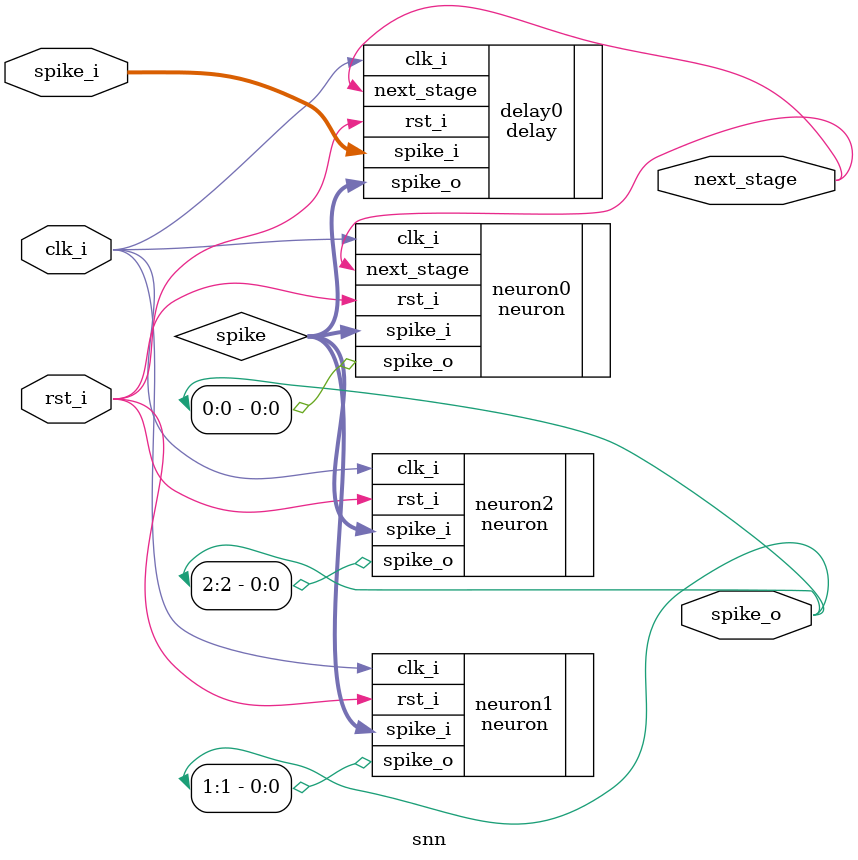
<source format=sv>
`timescale 1ns / 1ps

module snn
#(
      parameter numWeight = 961,
      parameter INT_WIDTH = 7,
      parameter FRAC_WIDTH = 9,
      parameter H = 16'b0001000100010000, //potential_threshold_value
      parameter tv = 2, //membrane_leakage_time
      parameter TQ = 9, //the time tϴ necessary for the threshold potential to reach its basic value after a single stand-alone firing (msec) 
      parameter Tk = 16'b0000000011101001,
      parameter a = 16'b0000000000011010,
      parameter MEM_FILE_0 = "weight0.mem",
      parameter MEM_FILE_1 = "weight1.mem",
      parameter MEM_FILE_2 = "weight2.mem"

)

(
    input logic  clk_i,
    input logic  rst_i,
    input logic [numWeight-1:0] spike_i,

    output logic [2:0]  spike_o,
    output logic next_stage

);

logic [numWeight-1:0] spike;


delay delay0 ( 
        .spike_i   (spike_i),
        .clk_i     ( clk_i ),
        .rst_i     ( rst_i ),
        .next_stage( next_stage),
        .spike_o   (spike)

);

neuron #(.numWeight(numWeight), .a(a), .MEM_FILE ( MEM_FILE_0 ), .INT_WIDTH(INT_WIDTH),.FRAC_WIDTH(FRAC_WIDTH), .H(H), .tv(tv), .TQ(TQ), .Tk(Tk)) neuron0(
        .clk_i(clk_i),
        .rst_i(rst_i),
        .spike_i(spike),
        .spike_o(spike_o[0]),
        .next_stage(next_stage)


);

neuron #(.numWeight(numWeight), .a(a), .MEM_FILE ( MEM_FILE_1 ), .INT_WIDTH(INT_WIDTH),.FRAC_WIDTH(FRAC_WIDTH), .H(H), .tv(tv),  .TQ(TQ), .Tk(Tk)) neuron1(
        .clk_i(clk_i),
        .rst_i(rst_i),
        .spike_i(spike),
        .spike_o(spike_o[1])
);

neuron #(.numWeight(numWeight), .a(a), .MEM_FILE ( MEM_FILE_2 ), .INT_WIDTH(INT_WIDTH),.FRAC_WIDTH(FRAC_WIDTH), .H(H), .tv(tv),  .TQ(TQ), .Tk(Tk)) neuron2(
        .clk_i(clk_i),
        .rst_i(rst_i),
        .spike_i(spike),
        .spike_o(spike_o[2])
);


endmodule
</source>
